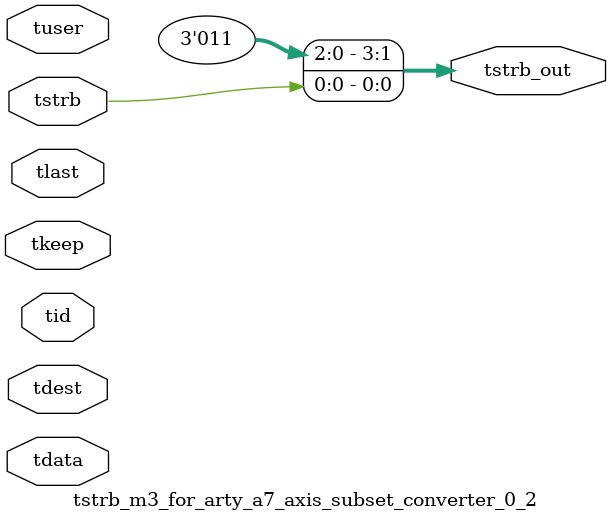
<source format=v>


`timescale 1ps/1ps

module tstrb_m3_for_arty_a7_axis_subset_converter_0_2 #
(
parameter C_S_AXIS_TDATA_WIDTH = 32,
parameter C_S_AXIS_TUSER_WIDTH = 0,
parameter C_S_AXIS_TID_WIDTH   = 0,
parameter C_S_AXIS_TDEST_WIDTH = 0,
parameter C_M_AXIS_TDATA_WIDTH = 32
)
(
input  [(C_S_AXIS_TDATA_WIDTH == 0 ? 1 : C_S_AXIS_TDATA_WIDTH)-1:0     ] tdata,
input  [(C_S_AXIS_TUSER_WIDTH == 0 ? 1 : C_S_AXIS_TUSER_WIDTH)-1:0     ] tuser,
input  [(C_S_AXIS_TID_WIDTH   == 0 ? 1 : C_S_AXIS_TID_WIDTH)-1:0       ] tid,
input  [(C_S_AXIS_TDEST_WIDTH == 0 ? 1 : C_S_AXIS_TDEST_WIDTH)-1:0     ] tdest,
input  [(C_S_AXIS_TDATA_WIDTH/8)-1:0 ] tkeep,
input  [(C_S_AXIS_TDATA_WIDTH/8)-1:0 ] tstrb,
input                                                                    tlast,
output [(C_M_AXIS_TDATA_WIDTH/8)-1:0 ] tstrb_out
);

assign tstrb_out = {2'b11,tstrb[0:0]};

endmodule


</source>
